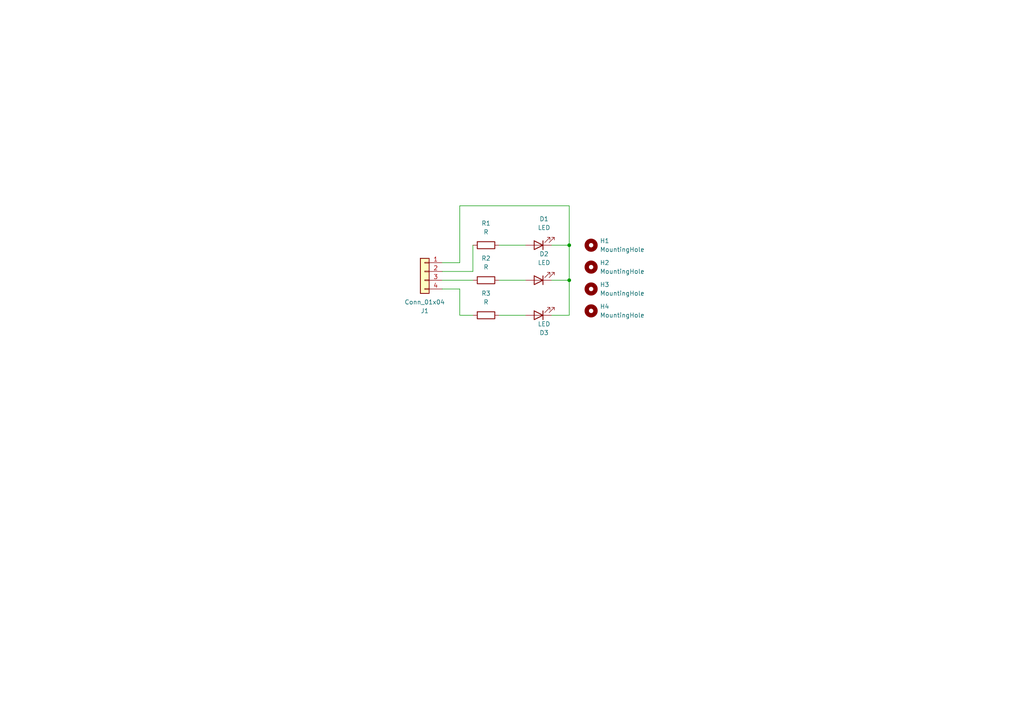
<source format=kicad_sch>
(kicad_sch
	(version 20231120)
	(generator "eeschema")
	(generator_version "8.0")
	(uuid "8fcecbce-11fa-4991-b218-a0500f9f3f81")
	(paper "A4")
	(title_block
		(title "Traffic Light ")
		(date "2025-01-25")
		(company "Gitam University")
		(comment 1 "Designed By-Sagar A")
	)
	(lib_symbols
		(symbol "Connector_Generic:Conn_01x04"
			(pin_names
				(offset 1.016) hide)
			(exclude_from_sim no)
			(in_bom yes)
			(on_board yes)
			(property "Reference" "J"
				(at 0 5.08 0)
				(effects
					(font
						(size 1.27 1.27)
					)
				)
			)
			(property "Value" "Conn_01x04"
				(at 0 -7.62 0)
				(effects
					(font
						(size 1.27 1.27)
					)
				)
			)
			(property "Footprint" ""
				(at 0 0 0)
				(effects
					(font
						(size 1.27 1.27)
					)
					(hide yes)
				)
			)
			(property "Datasheet" "~"
				(at 0 0 0)
				(effects
					(font
						(size 1.27 1.27)
					)
					(hide yes)
				)
			)
			(property "Description" "Generic connector, single row, 01x04, script generated (kicad-library-utils/schlib/autogen/connector/)"
				(at 0 0 0)
				(effects
					(font
						(size 1.27 1.27)
					)
					(hide yes)
				)
			)
			(property "ki_keywords" "connector"
				(at 0 0 0)
				(effects
					(font
						(size 1.27 1.27)
					)
					(hide yes)
				)
			)
			(property "ki_fp_filters" "Connector*:*_1x??_*"
				(at 0 0 0)
				(effects
					(font
						(size 1.27 1.27)
					)
					(hide yes)
				)
			)
			(symbol "Conn_01x04_1_1"
				(rectangle
					(start -1.27 -4.953)
					(end 0 -5.207)
					(stroke
						(width 0.1524)
						(type default)
					)
					(fill
						(type none)
					)
				)
				(rectangle
					(start -1.27 -2.413)
					(end 0 -2.667)
					(stroke
						(width 0.1524)
						(type default)
					)
					(fill
						(type none)
					)
				)
				(rectangle
					(start -1.27 0.127)
					(end 0 -0.127)
					(stroke
						(width 0.1524)
						(type default)
					)
					(fill
						(type none)
					)
				)
				(rectangle
					(start -1.27 2.667)
					(end 0 2.413)
					(stroke
						(width 0.1524)
						(type default)
					)
					(fill
						(type none)
					)
				)
				(rectangle
					(start -1.27 3.81)
					(end 1.27 -6.35)
					(stroke
						(width 0.254)
						(type default)
					)
					(fill
						(type background)
					)
				)
				(pin passive line
					(at -5.08 2.54 0)
					(length 3.81)
					(name "Pin_1"
						(effects
							(font
								(size 1.27 1.27)
							)
						)
					)
					(number "1"
						(effects
							(font
								(size 1.27 1.27)
							)
						)
					)
				)
				(pin passive line
					(at -5.08 0 0)
					(length 3.81)
					(name "Pin_2"
						(effects
							(font
								(size 1.27 1.27)
							)
						)
					)
					(number "2"
						(effects
							(font
								(size 1.27 1.27)
							)
						)
					)
				)
				(pin passive line
					(at -5.08 -2.54 0)
					(length 3.81)
					(name "Pin_3"
						(effects
							(font
								(size 1.27 1.27)
							)
						)
					)
					(number "3"
						(effects
							(font
								(size 1.27 1.27)
							)
						)
					)
				)
				(pin passive line
					(at -5.08 -5.08 0)
					(length 3.81)
					(name "Pin_4"
						(effects
							(font
								(size 1.27 1.27)
							)
						)
					)
					(number "4"
						(effects
							(font
								(size 1.27 1.27)
							)
						)
					)
				)
			)
		)
		(symbol "Device:LED"
			(pin_numbers hide)
			(pin_names
				(offset 1.016) hide)
			(exclude_from_sim no)
			(in_bom yes)
			(on_board yes)
			(property "Reference" "D"
				(at 0 2.54 0)
				(effects
					(font
						(size 1.27 1.27)
					)
				)
			)
			(property "Value" "LED"
				(at 0 -2.54 0)
				(effects
					(font
						(size 1.27 1.27)
					)
				)
			)
			(property "Footprint" ""
				(at 0 0 0)
				(effects
					(font
						(size 1.27 1.27)
					)
					(hide yes)
				)
			)
			(property "Datasheet" "~"
				(at 0 0 0)
				(effects
					(font
						(size 1.27 1.27)
					)
					(hide yes)
				)
			)
			(property "Description" "Light emitting diode"
				(at 0 0 0)
				(effects
					(font
						(size 1.27 1.27)
					)
					(hide yes)
				)
			)
			(property "ki_keywords" "LED diode"
				(at 0 0 0)
				(effects
					(font
						(size 1.27 1.27)
					)
					(hide yes)
				)
			)
			(property "ki_fp_filters" "LED* LED_SMD:* LED_THT:*"
				(at 0 0 0)
				(effects
					(font
						(size 1.27 1.27)
					)
					(hide yes)
				)
			)
			(symbol "LED_0_1"
				(polyline
					(pts
						(xy -1.27 -1.27) (xy -1.27 1.27)
					)
					(stroke
						(width 0.254)
						(type default)
					)
					(fill
						(type none)
					)
				)
				(polyline
					(pts
						(xy -1.27 0) (xy 1.27 0)
					)
					(stroke
						(width 0)
						(type default)
					)
					(fill
						(type none)
					)
				)
				(polyline
					(pts
						(xy 1.27 -1.27) (xy 1.27 1.27) (xy -1.27 0) (xy 1.27 -1.27)
					)
					(stroke
						(width 0.254)
						(type default)
					)
					(fill
						(type none)
					)
				)
				(polyline
					(pts
						(xy -3.048 -0.762) (xy -4.572 -2.286) (xy -3.81 -2.286) (xy -4.572 -2.286) (xy -4.572 -1.524)
					)
					(stroke
						(width 0)
						(type default)
					)
					(fill
						(type none)
					)
				)
				(polyline
					(pts
						(xy -1.778 -0.762) (xy -3.302 -2.286) (xy -2.54 -2.286) (xy -3.302 -2.286) (xy -3.302 -1.524)
					)
					(stroke
						(width 0)
						(type default)
					)
					(fill
						(type none)
					)
				)
			)
			(symbol "LED_1_1"
				(pin passive line
					(at -3.81 0 0)
					(length 2.54)
					(name "K"
						(effects
							(font
								(size 1.27 1.27)
							)
						)
					)
					(number "1"
						(effects
							(font
								(size 1.27 1.27)
							)
						)
					)
				)
				(pin passive line
					(at 3.81 0 180)
					(length 2.54)
					(name "A"
						(effects
							(font
								(size 1.27 1.27)
							)
						)
					)
					(number "2"
						(effects
							(font
								(size 1.27 1.27)
							)
						)
					)
				)
			)
		)
		(symbol "Device:R"
			(pin_numbers hide)
			(pin_names
				(offset 0)
			)
			(exclude_from_sim no)
			(in_bom yes)
			(on_board yes)
			(property "Reference" "R"
				(at 2.032 0 90)
				(effects
					(font
						(size 1.27 1.27)
					)
				)
			)
			(property "Value" "R"
				(at 0 0 90)
				(effects
					(font
						(size 1.27 1.27)
					)
				)
			)
			(property "Footprint" ""
				(at -1.778 0 90)
				(effects
					(font
						(size 1.27 1.27)
					)
					(hide yes)
				)
			)
			(property "Datasheet" "~"
				(at 0 0 0)
				(effects
					(font
						(size 1.27 1.27)
					)
					(hide yes)
				)
			)
			(property "Description" "Resistor"
				(at 0 0 0)
				(effects
					(font
						(size 1.27 1.27)
					)
					(hide yes)
				)
			)
			(property "ki_keywords" "R res resistor"
				(at 0 0 0)
				(effects
					(font
						(size 1.27 1.27)
					)
					(hide yes)
				)
			)
			(property "ki_fp_filters" "R_*"
				(at 0 0 0)
				(effects
					(font
						(size 1.27 1.27)
					)
					(hide yes)
				)
			)
			(symbol "R_0_1"
				(rectangle
					(start -1.016 -2.54)
					(end 1.016 2.54)
					(stroke
						(width 0.254)
						(type default)
					)
					(fill
						(type none)
					)
				)
			)
			(symbol "R_1_1"
				(pin passive line
					(at 0 3.81 270)
					(length 1.27)
					(name "~"
						(effects
							(font
								(size 1.27 1.27)
							)
						)
					)
					(number "1"
						(effects
							(font
								(size 1.27 1.27)
							)
						)
					)
				)
				(pin passive line
					(at 0 -3.81 90)
					(length 1.27)
					(name "~"
						(effects
							(font
								(size 1.27 1.27)
							)
						)
					)
					(number "2"
						(effects
							(font
								(size 1.27 1.27)
							)
						)
					)
				)
			)
		)
		(symbol "Mechanical:MountingHole"
			(pin_names
				(offset 1.016)
			)
			(exclude_from_sim yes)
			(in_bom no)
			(on_board yes)
			(property "Reference" "H"
				(at 0 5.08 0)
				(effects
					(font
						(size 1.27 1.27)
					)
				)
			)
			(property "Value" "MountingHole"
				(at 0 3.175 0)
				(effects
					(font
						(size 1.27 1.27)
					)
				)
			)
			(property "Footprint" ""
				(at 0 0 0)
				(effects
					(font
						(size 1.27 1.27)
					)
					(hide yes)
				)
			)
			(property "Datasheet" "~"
				(at 0 0 0)
				(effects
					(font
						(size 1.27 1.27)
					)
					(hide yes)
				)
			)
			(property "Description" "Mounting Hole without connection"
				(at 0 0 0)
				(effects
					(font
						(size 1.27 1.27)
					)
					(hide yes)
				)
			)
			(property "ki_keywords" "mounting hole"
				(at 0 0 0)
				(effects
					(font
						(size 1.27 1.27)
					)
					(hide yes)
				)
			)
			(property "ki_fp_filters" "MountingHole*"
				(at 0 0 0)
				(effects
					(font
						(size 1.27 1.27)
					)
					(hide yes)
				)
			)
			(symbol "MountingHole_0_1"
				(circle
					(center 0 0)
					(radius 1.27)
					(stroke
						(width 1.27)
						(type default)
					)
					(fill
						(type none)
					)
				)
			)
		)
	)
	(junction
		(at 165.1 81.28)
		(diameter 0)
		(color 0 0 0 0)
		(uuid "7466807a-6757-4215-8792-13955cabd888")
	)
	(junction
		(at 165.1 71.12)
		(diameter 0)
		(color 0 0 0 0)
		(uuid "c183c07a-1687-409f-bdb7-f3b600a1d7f7")
	)
	(wire
		(pts
			(xy 137.16 78.74) (xy 137.16 71.12)
		)
		(stroke
			(width 0)
			(type default)
		)
		(uuid "008d0c61-2436-4555-bcb6-a36a6677427a")
	)
	(wire
		(pts
			(xy 165.1 71.12) (xy 165.1 59.69)
		)
		(stroke
			(width 0)
			(type default)
		)
		(uuid "0f23daea-0030-4b22-8dd8-5f044fa8f30a")
	)
	(wire
		(pts
			(xy 160.02 71.12) (xy 165.1 71.12)
		)
		(stroke
			(width 0)
			(type default)
		)
		(uuid "1d67aeab-ccfb-4bc6-99a6-e8cd8d057f01")
	)
	(wire
		(pts
			(xy 144.78 71.12) (xy 152.4 71.12)
		)
		(stroke
			(width 0)
			(type default)
		)
		(uuid "2e9e4187-249d-405c-a12c-dc40eeb48ba6")
	)
	(wire
		(pts
			(xy 128.27 83.82) (xy 133.35 83.82)
		)
		(stroke
			(width 0)
			(type default)
		)
		(uuid "3dfb1fb0-eac7-4f29-854b-1086dca78990")
	)
	(wire
		(pts
			(xy 128.27 81.28) (xy 137.16 81.28)
		)
		(stroke
			(width 0)
			(type default)
		)
		(uuid "4e1516df-231b-4759-ba7b-8bf376da1af3")
	)
	(wire
		(pts
			(xy 165.1 81.28) (xy 165.1 91.44)
		)
		(stroke
			(width 0)
			(type default)
		)
		(uuid "539e740c-89a6-46b0-a158-5dca606d8174")
	)
	(wire
		(pts
			(xy 133.35 59.69) (xy 133.35 76.2)
		)
		(stroke
			(width 0)
			(type default)
		)
		(uuid "5f9594a6-7af3-4955-8389-60e863ff4733")
	)
	(wire
		(pts
			(xy 133.35 91.44) (xy 137.16 91.44)
		)
		(stroke
			(width 0)
			(type default)
		)
		(uuid "68115e2c-520a-41b6-b92f-863e0571de34")
	)
	(wire
		(pts
			(xy 165.1 59.69) (xy 133.35 59.69)
		)
		(stroke
			(width 0)
			(type default)
		)
		(uuid "6906ed6b-d9b9-43cc-b2c0-32a873f566f0")
	)
	(wire
		(pts
			(xy 160.02 81.28) (xy 165.1 81.28)
		)
		(stroke
			(width 0)
			(type default)
		)
		(uuid "775f745f-cefa-42c9-853e-44ff32fe433a")
	)
	(wire
		(pts
			(xy 165.1 71.12) (xy 165.1 81.28)
		)
		(stroke
			(width 0)
			(type default)
		)
		(uuid "9951f6bd-b87c-43a4-8660-a8df6af4e7ef")
	)
	(wire
		(pts
			(xy 144.78 91.44) (xy 152.4 91.44)
		)
		(stroke
			(width 0)
			(type default)
		)
		(uuid "a329bd46-d4c1-4da6-bbc3-cc0f53cc3acf")
	)
	(wire
		(pts
			(xy 133.35 83.82) (xy 133.35 91.44)
		)
		(stroke
			(width 0)
			(type default)
		)
		(uuid "b29aaedd-0df8-41bc-b1b3-242e57e59c0d")
	)
	(wire
		(pts
			(xy 128.27 78.74) (xy 137.16 78.74)
		)
		(stroke
			(width 0)
			(type default)
		)
		(uuid "c7daf90a-9e0f-4aee-88c7-579d38e1fc33")
	)
	(wire
		(pts
			(xy 133.35 76.2) (xy 128.27 76.2)
		)
		(stroke
			(width 0)
			(type default)
		)
		(uuid "dee0d834-fb72-4510-b54e-854abeb971e2")
	)
	(wire
		(pts
			(xy 144.78 81.28) (xy 152.4 81.28)
		)
		(stroke
			(width 0)
			(type default)
		)
		(uuid "f97780eb-1d33-4a2c-8758-d5fed83a40ae")
	)
	(wire
		(pts
			(xy 165.1 91.44) (xy 160.02 91.44)
		)
		(stroke
			(width 0)
			(type default)
		)
		(uuid "ffb66c91-2017-4649-8ba5-b960f10100ee")
	)
	(symbol
		(lib_id "Device:R")
		(at 140.97 81.28 90)
		(unit 1)
		(exclude_from_sim no)
		(in_bom yes)
		(on_board yes)
		(dnp no)
		(fields_autoplaced yes)
		(uuid "02829964-3880-4d85-bc8b-3dd29a2ea8f4")
		(property "Reference" "R2"
			(at 140.97 74.93 90)
			(effects
				(font
					(size 1.27 1.27)
				)
			)
		)
		(property "Value" "R"
			(at 140.97 77.47 90)
			(effects
				(font
					(size 1.27 1.27)
				)
			)
		)
		(property "Footprint" "Resistor_THT:R_Axial_DIN0204_L3.6mm_D1.6mm_P5.08mm_Horizontal"
			(at 140.97 83.058 90)
			(effects
				(font
					(size 1.27 1.27)
				)
				(hide yes)
			)
		)
		(property "Datasheet" "~"
			(at 140.97 81.28 0)
			(effects
				(font
					(size 1.27 1.27)
				)
				(hide yes)
			)
		)
		(property "Description" "Resistor"
			(at 140.97 81.28 0)
			(effects
				(font
					(size 1.27 1.27)
				)
				(hide yes)
			)
		)
		(pin "1"
			(uuid "d9675001-bbfc-4147-88f8-931267dbc211")
		)
		(pin "2"
			(uuid "d9d6d2c7-d25c-4d74-86c4-92b254682e8c")
		)
		(instances
			(project "Traffic Light"
				(path "/8fcecbce-11fa-4991-b218-a0500f9f3f81"
					(reference "R2")
					(unit 1)
				)
			)
		)
	)
	(symbol
		(lib_id "Device:LED")
		(at 156.21 71.12 180)
		(unit 1)
		(exclude_from_sim no)
		(in_bom yes)
		(on_board yes)
		(dnp no)
		(fields_autoplaced yes)
		(uuid "0d9362d2-d2d1-42e7-90c9-83b0895fd7bc")
		(property "Reference" "D1"
			(at 157.7975 63.5 0)
			(effects
				(font
					(size 1.27 1.27)
				)
			)
		)
		(property "Value" "LED"
			(at 157.7975 66.04 0)
			(effects
				(font
					(size 1.27 1.27)
				)
			)
		)
		(property "Footprint" "LED_THT:LED_D3.0mm"
			(at 156.21 71.12 0)
			(effects
				(font
					(size 1.27 1.27)
				)
				(hide yes)
			)
		)
		(property "Datasheet" "~"
			(at 156.21 71.12 0)
			(effects
				(font
					(size 1.27 1.27)
				)
				(hide yes)
			)
		)
		(property "Description" "Light emitting diode"
			(at 156.21 71.12 0)
			(effects
				(font
					(size 1.27 1.27)
				)
				(hide yes)
			)
		)
		(pin "1"
			(uuid "ec2d347c-464c-42ea-93e4-e56feda262f6")
		)
		(pin "2"
			(uuid "b67abf41-a5fe-4e4c-a8fe-c57148944249")
		)
		(instances
			(project ""
				(path "/8fcecbce-11fa-4991-b218-a0500f9f3f81"
					(reference "D1")
					(unit 1)
				)
			)
		)
	)
	(symbol
		(lib_id "Device:R")
		(at 140.97 91.44 90)
		(unit 1)
		(exclude_from_sim no)
		(in_bom yes)
		(on_board yes)
		(dnp no)
		(fields_autoplaced yes)
		(uuid "0da033bc-b4a3-4550-b7ee-70c53654b869")
		(property "Reference" "R3"
			(at 140.97 85.09 90)
			(effects
				(font
					(size 1.27 1.27)
				)
			)
		)
		(property "Value" "R"
			(at 140.97 87.63 90)
			(effects
				(font
					(size 1.27 1.27)
				)
			)
		)
		(property "Footprint" "Resistor_THT:R_Axial_DIN0204_L3.6mm_D1.6mm_P5.08mm_Horizontal"
			(at 140.97 93.218 90)
			(effects
				(font
					(size 1.27 1.27)
				)
				(hide yes)
			)
		)
		(property "Datasheet" "~"
			(at 140.97 91.44 0)
			(effects
				(font
					(size 1.27 1.27)
				)
				(hide yes)
			)
		)
		(property "Description" "Resistor"
			(at 140.97 91.44 0)
			(effects
				(font
					(size 1.27 1.27)
				)
				(hide yes)
			)
		)
		(pin "1"
			(uuid "a083f28f-1aef-4b23-94cc-48eb5e70f888")
		)
		(pin "2"
			(uuid "82054e35-297d-4eec-9435-1dff6d85e472")
		)
		(instances
			(project "Traffic Light"
				(path "/8fcecbce-11fa-4991-b218-a0500f9f3f81"
					(reference "R3")
					(unit 1)
				)
			)
		)
	)
	(symbol
		(lib_id "Mechanical:MountingHole")
		(at 171.45 77.47 0)
		(unit 1)
		(exclude_from_sim yes)
		(in_bom no)
		(on_board yes)
		(dnp no)
		(fields_autoplaced yes)
		(uuid "35514cf2-fd69-47e1-ad97-3042f5a5c865")
		(property "Reference" "H2"
			(at 173.99 76.1999 0)
			(effects
				(font
					(size 1.27 1.27)
				)
				(justify left)
			)
		)
		(property "Value" "MountingHole"
			(at 173.99 78.7399 0)
			(effects
				(font
					(size 1.27 1.27)
				)
				(justify left)
			)
		)
		(property "Footprint" "MountingHole:MountingHole_2.5mm_Pad"
			(at 171.45 77.47 0)
			(effects
				(font
					(size 1.27 1.27)
				)
				(hide yes)
			)
		)
		(property "Datasheet" "~"
			(at 171.45 77.47 0)
			(effects
				(font
					(size 1.27 1.27)
				)
				(hide yes)
			)
		)
		(property "Description" "Mounting Hole without connection"
			(at 171.45 77.47 0)
			(effects
				(font
					(size 1.27 1.27)
				)
				(hide yes)
			)
		)
		(instances
			(project "Traffic Light"
				(path "/8fcecbce-11fa-4991-b218-a0500f9f3f81"
					(reference "H2")
					(unit 1)
				)
			)
		)
	)
	(symbol
		(lib_id "Device:LED")
		(at 156.21 81.28 180)
		(unit 1)
		(exclude_from_sim no)
		(in_bom yes)
		(on_board yes)
		(dnp no)
		(fields_autoplaced yes)
		(uuid "3806fd7d-7dec-4412-a7d3-671cbdebeacd")
		(property "Reference" "D2"
			(at 157.7975 73.66 0)
			(effects
				(font
					(size 1.27 1.27)
				)
			)
		)
		(property "Value" "LED"
			(at 157.7975 76.2 0)
			(effects
				(font
					(size 1.27 1.27)
				)
			)
		)
		(property "Footprint" "LED_THT:LED_D3.0mm"
			(at 156.21 81.28 0)
			(effects
				(font
					(size 1.27 1.27)
				)
				(hide yes)
			)
		)
		(property "Datasheet" "~"
			(at 156.21 81.28 0)
			(effects
				(font
					(size 1.27 1.27)
				)
				(hide yes)
			)
		)
		(property "Description" "Light emitting diode"
			(at 156.21 81.28 0)
			(effects
				(font
					(size 1.27 1.27)
				)
				(hide yes)
			)
		)
		(pin "1"
			(uuid "79ae4470-98a6-467d-a654-a7a07948a338")
		)
		(pin "2"
			(uuid "f8ae81cd-7e2d-4c55-a4b1-10c39b0a1f5d")
		)
		(instances
			(project "Traffic Light"
				(path "/8fcecbce-11fa-4991-b218-a0500f9f3f81"
					(reference "D2")
					(unit 1)
				)
			)
		)
	)
	(symbol
		(lib_id "Mechanical:MountingHole")
		(at 171.45 90.17 0)
		(unit 1)
		(exclude_from_sim yes)
		(in_bom no)
		(on_board yes)
		(dnp no)
		(fields_autoplaced yes)
		(uuid "3945e7e0-2b43-425f-87da-8cf547dd21c1")
		(property "Reference" "H4"
			(at 173.99 88.8999 0)
			(effects
				(font
					(size 1.27 1.27)
				)
				(justify left)
			)
		)
		(property "Value" "MountingHole"
			(at 173.99 91.4399 0)
			(effects
				(font
					(size 1.27 1.27)
				)
				(justify left)
			)
		)
		(property "Footprint" "MountingHole:MountingHole_2.5mm_Pad"
			(at 171.45 90.17 0)
			(effects
				(font
					(size 1.27 1.27)
				)
				(hide yes)
			)
		)
		(property "Datasheet" "~"
			(at 171.45 90.17 0)
			(effects
				(font
					(size 1.27 1.27)
				)
				(hide yes)
			)
		)
		(property "Description" "Mounting Hole without connection"
			(at 171.45 90.17 0)
			(effects
				(font
					(size 1.27 1.27)
				)
				(hide yes)
			)
		)
		(instances
			(project "Traffic Light"
				(path "/8fcecbce-11fa-4991-b218-a0500f9f3f81"
					(reference "H4")
					(unit 1)
				)
			)
		)
	)
	(symbol
		(lib_id "Mechanical:MountingHole")
		(at 171.45 71.12 0)
		(unit 1)
		(exclude_from_sim yes)
		(in_bom no)
		(on_board yes)
		(dnp no)
		(fields_autoplaced yes)
		(uuid "45252cda-61d2-4403-898a-4dc585ded5f5")
		(property "Reference" "H1"
			(at 173.99 69.8499 0)
			(effects
				(font
					(size 1.27 1.27)
				)
				(justify left)
			)
		)
		(property "Value" "MountingHole"
			(at 173.99 72.3899 0)
			(effects
				(font
					(size 1.27 1.27)
				)
				(justify left)
			)
		)
		(property "Footprint" "MountingHole:MountingHole_2.5mm_Pad"
			(at 171.45 71.12 0)
			(effects
				(font
					(size 1.27 1.27)
				)
				(hide yes)
			)
		)
		(property "Datasheet" "~"
			(at 171.45 71.12 0)
			(effects
				(font
					(size 1.27 1.27)
				)
				(hide yes)
			)
		)
		(property "Description" "Mounting Hole without connection"
			(at 171.45 71.12 0)
			(effects
				(font
					(size 1.27 1.27)
				)
				(hide yes)
			)
		)
		(instances
			(project ""
				(path "/8fcecbce-11fa-4991-b218-a0500f9f3f81"
					(reference "H1")
					(unit 1)
				)
			)
		)
	)
	(symbol
		(lib_id "Mechanical:MountingHole")
		(at 171.45 83.82 0)
		(unit 1)
		(exclude_from_sim yes)
		(in_bom no)
		(on_board yes)
		(dnp no)
		(fields_autoplaced yes)
		(uuid "62d98bac-069e-43d6-ac8e-2ef7f0a286f1")
		(property "Reference" "H3"
			(at 173.99 82.5499 0)
			(effects
				(font
					(size 1.27 1.27)
				)
				(justify left)
			)
		)
		(property "Value" "MountingHole"
			(at 173.99 85.0899 0)
			(effects
				(font
					(size 1.27 1.27)
				)
				(justify left)
			)
		)
		(property "Footprint" "MountingHole:MountingHole_2.5mm_Pad"
			(at 171.45 83.82 0)
			(effects
				(font
					(size 1.27 1.27)
				)
				(hide yes)
			)
		)
		(property "Datasheet" "~"
			(at 171.45 83.82 0)
			(effects
				(font
					(size 1.27 1.27)
				)
				(hide yes)
			)
		)
		(property "Description" "Mounting Hole without connection"
			(at 171.45 83.82 0)
			(effects
				(font
					(size 1.27 1.27)
				)
				(hide yes)
			)
		)
		(instances
			(project "Traffic Light"
				(path "/8fcecbce-11fa-4991-b218-a0500f9f3f81"
					(reference "H3")
					(unit 1)
				)
			)
		)
	)
	(symbol
		(lib_id "Device:LED")
		(at 156.21 91.44 180)
		(unit 1)
		(exclude_from_sim no)
		(in_bom yes)
		(on_board yes)
		(dnp no)
		(uuid "809777b6-e112-4018-ae9a-dc654a7655cf")
		(property "Reference" "D3"
			(at 157.7975 96.52 0)
			(effects
				(font
					(size 1.27 1.27)
				)
			)
		)
		(property "Value" "LED"
			(at 157.7975 93.98 0)
			(effects
				(font
					(size 1.27 1.27)
				)
			)
		)
		(property "Footprint" "LED_THT:LED_D3.0mm"
			(at 156.21 91.44 0)
			(effects
				(font
					(size 1.27 1.27)
				)
				(hide yes)
			)
		)
		(property "Datasheet" "~"
			(at 156.21 91.44 0)
			(effects
				(font
					(size 1.27 1.27)
				)
				(hide yes)
			)
		)
		(property "Description" "Light emitting diode"
			(at 156.21 91.44 0)
			(effects
				(font
					(size 1.27 1.27)
				)
				(hide yes)
			)
		)
		(pin "1"
			(uuid "4d0017b9-6dad-412e-8b14-f11e8eafde3d")
		)
		(pin "2"
			(uuid "7ec9c7d3-f6b4-4ce3-afa8-eccca3a11ce4")
		)
		(instances
			(project "Traffic Light"
				(path "/8fcecbce-11fa-4991-b218-a0500f9f3f81"
					(reference "D3")
					(unit 1)
				)
			)
		)
	)
	(symbol
		(lib_id "Device:R")
		(at 140.97 71.12 90)
		(unit 1)
		(exclude_from_sim no)
		(in_bom yes)
		(on_board yes)
		(dnp no)
		(fields_autoplaced yes)
		(uuid "eeb9a891-0233-4f82-833c-8116e606dc56")
		(property "Reference" "R1"
			(at 140.97 64.77 90)
			(effects
				(font
					(size 1.27 1.27)
				)
			)
		)
		(property "Value" "R"
			(at 140.97 67.31 90)
			(effects
				(font
					(size 1.27 1.27)
				)
			)
		)
		(property "Footprint" "Resistor_THT:R_Axial_DIN0204_L3.6mm_D1.6mm_P5.08mm_Horizontal"
			(at 140.97 72.898 90)
			(effects
				(font
					(size 1.27 1.27)
				)
				(hide yes)
			)
		)
		(property "Datasheet" "~"
			(at 140.97 71.12 0)
			(effects
				(font
					(size 1.27 1.27)
				)
				(hide yes)
			)
		)
		(property "Description" "Resistor"
			(at 140.97 71.12 0)
			(effects
				(font
					(size 1.27 1.27)
				)
				(hide yes)
			)
		)
		(pin "1"
			(uuid "76797f77-1290-4185-b810-9b3404d0148f")
		)
		(pin "2"
			(uuid "b12408ea-ff61-453a-8e62-5a0f0ce17b07")
		)
		(instances
			(project ""
				(path "/8fcecbce-11fa-4991-b218-a0500f9f3f81"
					(reference "R1")
					(unit 1)
				)
			)
		)
	)
	(symbol
		(lib_id "Connector_Generic:Conn_01x04")
		(at 123.19 78.74 0)
		(mirror y)
		(unit 1)
		(exclude_from_sim no)
		(in_bom yes)
		(on_board yes)
		(dnp no)
		(uuid "f588766f-38c9-48db-8133-3ed13adeab16")
		(property "Reference" "J1"
			(at 123.19 90.17 0)
			(effects
				(font
					(size 1.27 1.27)
				)
			)
		)
		(property "Value" "Conn_01x04"
			(at 123.19 87.63 0)
			(effects
				(font
					(size 1.27 1.27)
				)
			)
		)
		(property "Footprint" "Connector_PinHeader_2.54mm:PinHeader_1x04_P2.54mm_Horizontal"
			(at 123.19 78.74 0)
			(effects
				(font
					(size 1.27 1.27)
				)
				(hide yes)
			)
		)
		(property "Datasheet" "~"
			(at 123.19 78.74 0)
			(effects
				(font
					(size 1.27 1.27)
				)
				(hide yes)
			)
		)
		(property "Description" "Generic connector, single row, 01x04, script generated (kicad-library-utils/schlib/autogen/connector/)"
			(at 123.19 78.74 0)
			(effects
				(font
					(size 1.27 1.27)
				)
				(hide yes)
			)
		)
		(pin "3"
			(uuid "83f5b0d9-9dfe-47d8-bd7f-f9ea760e9920")
		)
		(pin "1"
			(uuid "c0e0a063-c17d-47a6-ab81-1ae560ae8ace")
		)
		(pin "4"
			(uuid "a90accf7-d7e8-4fe1-930a-2998b8def9e5")
		)
		(pin "2"
			(uuid "7ba7c2de-1ab2-496f-84fb-c1023aa72ef0")
		)
		(instances
			(project ""
				(path "/8fcecbce-11fa-4991-b218-a0500f9f3f81"
					(reference "J1")
					(unit 1)
				)
			)
		)
	)
	(sheet_instances
		(path "/"
			(page "1")
		)
	)
)

</source>
